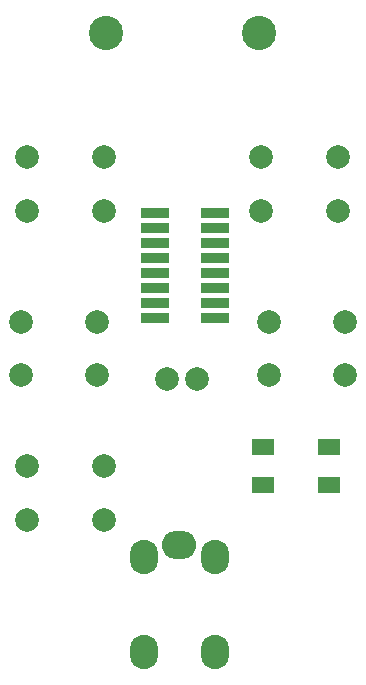
<source format=gts>
G04 #@! TF.FileFunction,Soldermask,Top*
%FSLAX46Y46*%
G04 Gerber Fmt 4.6, Leading zero omitted, Abs format (unit mm)*
G04 Created by KiCad (PCBNEW 4.0.1-stable) date 2016/10/28 19:13:38*
%MOMM*%
G01*
G04 APERTURE LIST*
%ADD10C,0.100000*%
%ADD11C,2.000000*%
%ADD12C,2.900000*%
%ADD13O,2.400000X2.900000*%
%ADD14O,2.900000X2.400000*%
%ADD15R,2.400000X0.900000*%
%ADD16R,1.900000X1.400000*%
G04 APERTURE END LIST*
D10*
D11*
X134250000Y-100750000D03*
X127750000Y-100750000D03*
X134250000Y-96250000D03*
X127750000Y-96250000D03*
X148750000Y-96250000D03*
X155250000Y-96250000D03*
X148750000Y-100750000D03*
X155250000Y-100750000D03*
D12*
X147960000Y-71800000D03*
X134960000Y-71800000D03*
D13*
X138206000Y-124176000D03*
X144206000Y-124176000D03*
X144206000Y-116176000D03*
X138206000Y-116176000D03*
D14*
X141206000Y-115176000D03*
D15*
X144254000Y-95895000D03*
X144254000Y-94625000D03*
X144254000Y-93355000D03*
X144254000Y-92085000D03*
X144254000Y-90815000D03*
X144254000Y-89545000D03*
X144254000Y-88275000D03*
X144254000Y-87005000D03*
X139174000Y-95895000D03*
X139174000Y-94625000D03*
X139174000Y-93355000D03*
X139174000Y-92085000D03*
X139174000Y-90815000D03*
X139174000Y-89545000D03*
X139174000Y-88275000D03*
X139174000Y-87005000D03*
D16*
X153906000Y-110068000D03*
X153906000Y-106868000D03*
X148318000Y-110068000D03*
X148318000Y-106868000D03*
D11*
X134804000Y-86842000D03*
X128304000Y-86842000D03*
X134804000Y-82342000D03*
X128304000Y-82342000D03*
X134804000Y-113004000D03*
X128304000Y-113004000D03*
X134804000Y-108504000D03*
X128304000Y-108504000D03*
X148116000Y-82342000D03*
X154616000Y-82342000D03*
X148116000Y-86842000D03*
X154616000Y-86842000D03*
X142730000Y-101102000D03*
X140190000Y-101102000D03*
M02*

</source>
